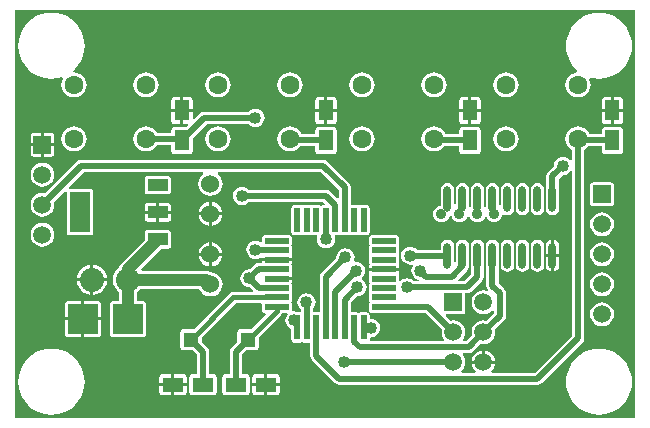
<source format=gtl>
G04 Layer_Physical_Order=1*
G04 Layer_Color=255*
%FSLAX25Y25*%
%MOIN*%
G70*
G01*
G75*
%ADD10O,0.02362X0.08661*%
%ADD11R,0.06890X0.13386*%
%ADD12R,0.06890X0.04134*%
%ADD13R,0.06890X0.04134*%
%ADD14R,0.05000X0.07000*%
%ADD15R,0.08000X0.02000*%
%ADD16R,0.02000X0.08000*%
%ADD17C,0.02000*%
%ADD18C,0.01500*%
%ADD19C,0.05000*%
%ADD20C,0.04000*%
%ADD21C,0.06300*%
%ADD22C,0.08000*%
%ADD23R,0.10000X0.10000*%
%ADD24R,0.05000X0.05000*%
%ADD25R,0.07000X0.05000*%
%ADD26C,0.05905*%
%ADD27R,0.05905X0.05905*%
%ADD28C,0.06000*%
%ADD29C,0.04000*%
%ADD30C,0.03500*%
G36*
X206500Y0D02*
X0D01*
Y136000D01*
X206500D01*
Y0D01*
D02*
G37*
%LPC*%
G36*
X195500Y58487D02*
X194468Y58351D01*
X193507Y57953D01*
X192681Y57319D01*
X192047Y56493D01*
X191649Y55532D01*
X191513Y54500D01*
X191649Y53468D01*
X192047Y52507D01*
X192681Y51681D01*
X193507Y51047D01*
X194468Y50649D01*
X195500Y50513D01*
X196532Y50649D01*
X197493Y51047D01*
X198319Y51681D01*
X198953Y52507D01*
X199351Y53468D01*
X199487Y54500D01*
X199351Y55532D01*
X198953Y56493D01*
X198319Y57319D01*
X197493Y57953D01*
X196532Y58351D01*
X195500Y58487D01*
D02*
G37*
G36*
X126902Y61043D02*
X118902D01*
X118511Y60966D01*
X118181Y60745D01*
X117960Y60414D01*
X117882Y60024D01*
Y58024D01*
X117960Y57634D01*
X118083Y57449D01*
X117960Y57264D01*
X117882Y56874D01*
Y54874D01*
X117960Y54484D01*
X118083Y54299D01*
X117960Y54115D01*
X117882Y53724D01*
Y51724D01*
X117960Y51334D01*
X118083Y51150D01*
X117960Y50965D01*
X117882Y50575D01*
Y50075D01*
X122902D01*
X127921D01*
Y50575D01*
X127844Y50965D01*
X127720Y51150D01*
X127844Y51334D01*
X127921Y51724D01*
Y53724D01*
X127844Y54115D01*
X127720Y54299D01*
X127844Y54484D01*
X127921Y54874D01*
Y56874D01*
X127844Y57264D01*
X127720Y57449D01*
X127844Y57634D01*
X127921Y58024D01*
Y60024D01*
X127844Y60414D01*
X127622Y60745D01*
X127292Y60966D01*
X126902Y61043D01*
D02*
G37*
G36*
X64500Y54000D02*
X61031D01*
X61103Y53456D01*
X61506Y52483D01*
X62147Y51647D01*
X62983Y51006D01*
X63956Y50603D01*
X64500Y50531D01*
Y54000D01*
D02*
G37*
G36*
X178500Y59325D02*
X178149Y59255D01*
X177427Y58773D01*
X176945Y58052D01*
X176776Y57201D01*
Y54551D01*
X178500D01*
Y59325D01*
D02*
G37*
G36*
X68969Y54000D02*
X65500D01*
Y50531D01*
X66044Y50603D01*
X67017Y51006D01*
X67853Y51647D01*
X68494Y52483D01*
X68897Y53456D01*
X68969Y54000D01*
D02*
G37*
G36*
X181224Y53551D02*
X179500D01*
Y48777D01*
X179851Y48847D01*
X180572Y49329D01*
X181054Y50051D01*
X181224Y50902D01*
Y53551D01*
D02*
G37*
G36*
X164000Y59425D02*
X163149Y59255D01*
X162427Y58773D01*
X161945Y58052D01*
X161776Y57201D01*
Y50902D01*
X161945Y50051D01*
X162427Y49329D01*
X163149Y48847D01*
X164000Y48678D01*
X164851Y48847D01*
X165573Y49329D01*
X166054Y50051D01*
X166224Y50902D01*
Y57201D01*
X166054Y58052D01*
X165573Y58773D01*
X164851Y59255D01*
X164000Y59425D01*
D02*
G37*
G36*
X26000Y50977D02*
Y46500D01*
X30477D01*
X30371Y47305D01*
X29868Y48522D01*
X29066Y49566D01*
X28022Y50367D01*
X26805Y50871D01*
X26000Y50977D01*
D02*
G37*
G36*
X169000Y59425D02*
X168149Y59255D01*
X167428Y58773D01*
X166946Y58052D01*
X166776Y57201D01*
Y50902D01*
X166946Y50051D01*
X167428Y49329D01*
X168149Y48847D01*
X169000Y48678D01*
X169851Y48847D01*
X170572Y49329D01*
X171054Y50051D01*
X171224Y50902D01*
Y57201D01*
X171054Y58052D01*
X170572Y58773D01*
X169851Y59255D01*
X169000Y59425D01*
D02*
G37*
G36*
X178500Y53551D02*
X176776D01*
Y50902D01*
X176945Y50051D01*
X177427Y49329D01*
X178149Y48847D01*
X178500Y48777D01*
Y53551D01*
D02*
G37*
G36*
X174000Y59425D02*
X173149Y59255D01*
X172427Y58773D01*
X171946Y58052D01*
X171776Y57201D01*
Y50902D01*
X171946Y50051D01*
X172427Y49329D01*
X173149Y48847D01*
X174000Y48678D01*
X174851Y48847D01*
X175573Y49329D01*
X176055Y50051D01*
X176224Y50902D01*
Y57201D01*
X176055Y58052D01*
X175573Y58773D01*
X174851Y59255D01*
X174000Y59425D01*
D02*
G37*
G36*
X68969Y67500D02*
X65500D01*
Y64031D01*
X66044Y64103D01*
X67017Y64506D01*
X67853Y65147D01*
X68494Y65983D01*
X68897Y66956D01*
X68969Y67500D01*
D02*
G37*
G36*
X64500D02*
X61031D01*
X61103Y66956D01*
X61506Y65983D01*
X62147Y65147D01*
X62983Y64506D01*
X63956Y64103D01*
X64500Y64031D01*
Y67500D01*
D02*
G37*
G36*
X46992Y68000D02*
X43028D01*
Y66433D01*
X43105Y66043D01*
X43326Y65712D01*
X43657Y65491D01*
X44047Y65413D01*
X46992D01*
Y68000D01*
D02*
G37*
G36*
X169000Y78322D02*
X168149Y78153D01*
X167428Y77671D01*
X166946Y76949D01*
X166776Y76098D01*
Y69799D01*
X166946Y68948D01*
X167428Y68227D01*
X168149Y67745D01*
X169000Y67575D01*
X169851Y67745D01*
X170572Y68227D01*
X171054Y68948D01*
X171224Y69799D01*
Y76098D01*
X171054Y76949D01*
X170572Y77671D01*
X169851Y78153D01*
X169000Y78322D01*
D02*
G37*
G36*
X51957Y68000D02*
X47992D01*
Y65413D01*
X50937D01*
X51327Y65491D01*
X51658Y65712D01*
X51879Y66043D01*
X51957Y66433D01*
Y68000D01*
D02*
G37*
G36*
X195500Y68487D02*
X194468Y68351D01*
X193507Y67953D01*
X192681Y67319D01*
X192047Y66493D01*
X191649Y65532D01*
X191513Y64500D01*
X191649Y63468D01*
X192047Y62507D01*
X192681Y61681D01*
X193507Y61047D01*
X194468Y60649D01*
X195500Y60513D01*
X196532Y60649D01*
X197493Y61047D01*
X198319Y61681D01*
X198953Y62507D01*
X199351Y63468D01*
X199487Y64500D01*
X199351Y65532D01*
X198953Y66493D01*
X198319Y67319D01*
X197493Y67953D01*
X196532Y68351D01*
X195500Y68487D01*
D02*
G37*
G36*
X64500Y58469D02*
X63956Y58397D01*
X62983Y57994D01*
X62147Y57353D01*
X61506Y56517D01*
X61103Y55544D01*
X61031Y55000D01*
X64500D01*
Y58469D01*
D02*
G37*
G36*
X179500Y59325D02*
Y54551D01*
X181224D01*
Y57201D01*
X181054Y58052D01*
X180572Y58773D01*
X179851Y59255D01*
X179500Y59325D01*
D02*
G37*
G36*
X65500Y58469D02*
Y55000D01*
X68969D01*
X68897Y55544D01*
X68494Y56517D01*
X67853Y57353D01*
X67017Y57994D01*
X66044Y58397D01*
X65500Y58469D01*
D02*
G37*
G36*
X91098Y61043D02*
X83098D01*
X82708Y60966D01*
X82377Y60745D01*
X82156Y60414D01*
X82079Y60024D01*
Y58751D01*
X81630Y58530D01*
X81513Y58621D01*
X80783Y58923D01*
X80000Y59026D01*
X79217Y58923D01*
X78487Y58621D01*
X77860Y58140D01*
X77380Y57513D01*
X77077Y56783D01*
X76974Y56000D01*
X77077Y55217D01*
X77380Y54487D01*
X77860Y53860D01*
X78487Y53379D01*
X79217Y53077D01*
X80000Y52974D01*
X80783Y53077D01*
X81513Y53379D01*
X81579Y53430D01*
X81996Y53224D01*
X87098D01*
X92118D01*
Y53724D01*
X92040Y54115D01*
X91917Y54299D01*
X92040Y54484D01*
X92118Y54874D01*
Y56874D01*
X92040Y57264D01*
X91917Y57449D01*
X92040Y57634D01*
X92118Y58024D01*
Y60024D01*
X92040Y60414D01*
X91819Y60745D01*
X91489Y60966D01*
X91098Y61043D01*
D02*
G37*
G36*
X9000Y64987D02*
X7968Y64851D01*
X7007Y64453D01*
X6181Y63819D01*
X5547Y62993D01*
X5149Y62032D01*
X5013Y61000D01*
X5149Y59968D01*
X5547Y59007D01*
X6181Y58181D01*
X7007Y57547D01*
X7968Y57149D01*
X9000Y57013D01*
X10032Y57149D01*
X10993Y57547D01*
X11819Y58181D01*
X12453Y59007D01*
X12851Y59968D01*
X12987Y61000D01*
X12851Y62032D01*
X12453Y62993D01*
X11819Y63819D01*
X10993Y64453D01*
X10032Y64851D01*
X9000Y64987D01*
D02*
G37*
G36*
X52000Y14520D02*
X49000D01*
X48610Y14442D01*
X48279Y14221D01*
X48058Y13890D01*
X47980Y13500D01*
Y11500D01*
X52000D01*
Y14520D01*
D02*
G37*
G36*
X83000D02*
X80000D01*
X79610Y14442D01*
X79279Y14221D01*
X79058Y13890D01*
X78980Y13500D01*
Y11500D01*
X83000D01*
Y14520D01*
D02*
G37*
G36*
X56000D02*
X53000D01*
Y11500D01*
X57020D01*
Y13500D01*
X56942Y13890D01*
X56721Y14221D01*
X56390Y14442D01*
X56000Y14520D01*
D02*
G37*
G36*
X155500Y22421D02*
X154968Y22351D01*
X154007Y21953D01*
X153181Y21319D01*
X152547Y20493D01*
X152149Y19532D01*
X152079Y19000D01*
X155500D01*
Y22421D01*
D02*
G37*
G36*
X87000Y14520D02*
X84000D01*
Y11500D01*
X88020D01*
Y13500D01*
X87942Y13890D01*
X87721Y14221D01*
X87390Y14442D01*
X87000Y14520D01*
D02*
G37*
G36*
X88020Y10500D02*
X84000D01*
Y7480D01*
X87000D01*
X87390Y7558D01*
X87721Y7779D01*
X87942Y8110D01*
X88020Y8500D01*
Y10500D01*
D02*
G37*
G36*
X194500Y23034D02*
X192774Y22898D01*
X191090Y22494D01*
X189491Y21831D01*
X188014Y20927D01*
X186698Y19802D01*
X185573Y18486D01*
X184669Y17009D01*
X184006Y15410D01*
X183602Y13726D01*
X183466Y12000D01*
X183602Y10274D01*
X184006Y8590D01*
X184669Y6991D01*
X185573Y5514D01*
X186698Y4198D01*
X188014Y3073D01*
X189491Y2169D01*
X191090Y1506D01*
X192774Y1102D01*
X194500Y966D01*
X196226Y1102D01*
X197910Y1506D01*
X199509Y2169D01*
X200986Y3073D01*
X202302Y4198D01*
X203427Y5514D01*
X204331Y6991D01*
X204994Y8590D01*
X205398Y10274D01*
X205534Y12000D01*
X205398Y13726D01*
X204994Y15410D01*
X204331Y17009D01*
X203427Y18486D01*
X202302Y19802D01*
X200986Y20927D01*
X199509Y21831D01*
X197910Y22494D01*
X196226Y22898D01*
X194500Y23034D01*
D02*
G37*
G36*
X12000D02*
X10274Y22898D01*
X8590Y22494D01*
X6991Y21831D01*
X5514Y20927D01*
X4198Y19802D01*
X3073Y18486D01*
X2169Y17009D01*
X1506Y15410D01*
X1102Y13726D01*
X966Y12000D01*
X1102Y10274D01*
X1506Y8590D01*
X2169Y6991D01*
X3073Y5514D01*
X4198Y4198D01*
X5514Y3073D01*
X6991Y2169D01*
X8590Y1506D01*
X10274Y1102D01*
X12000Y966D01*
X13726Y1102D01*
X15410Y1506D01*
X17009Y2169D01*
X18486Y3073D01*
X19802Y4198D01*
X20927Y5514D01*
X21831Y6991D01*
X22494Y8590D01*
X22898Y10274D01*
X23034Y12000D01*
X22898Y13726D01*
X22494Y15410D01*
X21831Y17009D01*
X20927Y18486D01*
X19802Y19802D01*
X18486Y20927D01*
X17009Y21831D01*
X15410Y22494D01*
X13726Y22898D01*
X12000Y23034D01*
D02*
G37*
G36*
X52000Y10500D02*
X47980D01*
Y8500D01*
X48058Y8110D01*
X48279Y7779D01*
X48610Y7558D01*
X49000Y7480D01*
X52000D01*
Y10500D01*
D02*
G37*
G36*
X83000D02*
X78980D01*
Y8500D01*
X79058Y8110D01*
X79279Y7779D01*
X79610Y7558D01*
X80000Y7480D01*
X83000D01*
Y10500D01*
D02*
G37*
G36*
X57020D02*
X53000D01*
Y7480D01*
X56000D01*
X56390Y7558D01*
X56721Y7779D01*
X56942Y8110D01*
X57020Y8500D01*
Y10500D01*
D02*
G37*
G36*
X195500Y48487D02*
X194468Y48351D01*
X193507Y47953D01*
X192681Y47319D01*
X192047Y46493D01*
X191649Y45532D01*
X191513Y44500D01*
X191649Y43468D01*
X192047Y42507D01*
X192681Y41681D01*
X193507Y41047D01*
X194468Y40649D01*
X195500Y40513D01*
X196532Y40649D01*
X197493Y41047D01*
X198319Y41681D01*
X198953Y42507D01*
X199351Y43468D01*
X199487Y44500D01*
X199351Y45532D01*
X198953Y46493D01*
X198319Y47319D01*
X197493Y47953D01*
X196532Y48351D01*
X195500Y48487D01*
D02*
G37*
G36*
X50937Y62531D02*
X44047D01*
X43657Y62454D01*
X43326Y62233D01*
X43105Y61902D01*
X43028Y61512D01*
Y59260D01*
X35360Y51592D01*
X34879Y50966D01*
X34577Y50236D01*
X34551Y50040D01*
X33934Y49566D01*
X33132Y48522D01*
X32629Y47305D01*
X32457Y46000D01*
X32629Y44695D01*
X33132Y43478D01*
X33934Y42434D01*
X34474Y42020D01*
Y39020D01*
X32500D01*
X32110Y38942D01*
X31779Y38721D01*
X31558Y38390D01*
X31480Y38000D01*
Y28000D01*
X31558Y27610D01*
X31779Y27279D01*
X32110Y27058D01*
X32500Y26980D01*
X42500D01*
X42890Y27058D01*
X43221Y27279D01*
X43442Y27610D01*
X43520Y28000D01*
Y38000D01*
X43442Y38390D01*
X43221Y38721D01*
X42890Y38942D01*
X42500Y39020D01*
X40526D01*
Y42020D01*
X41066Y42434D01*
X41480Y42974D01*
X61303D01*
X61506Y42483D01*
X62147Y41647D01*
X62983Y41006D01*
X63956Y40603D01*
X65000Y40466D01*
X66044Y40603D01*
X67017Y41006D01*
X67853Y41647D01*
X68494Y42483D01*
X68897Y43456D01*
X69034Y44500D01*
X68897Y45544D01*
X68494Y46517D01*
X67853Y47353D01*
X67017Y47994D01*
X66044Y48397D01*
X65151Y48515D01*
X65013Y48621D01*
X64283Y48923D01*
X63500Y49026D01*
X42059D01*
X41852Y49526D01*
X48685Y56358D01*
X50937D01*
X51327Y56436D01*
X51658Y56657D01*
X51879Y56988D01*
X51957Y57378D01*
Y61512D01*
X51879Y61902D01*
X51658Y62233D01*
X51327Y62454D01*
X50937Y62531D01*
D02*
G37*
G36*
X25000Y45500D02*
X20523D01*
X20629Y44695D01*
X21133Y43478D01*
X21934Y42434D01*
X22978Y41633D01*
X24195Y41129D01*
X25000Y41023D01*
Y45500D01*
D02*
G37*
G36*
Y50977D02*
X24195Y50871D01*
X22978Y50367D01*
X21934Y49566D01*
X21133Y48522D01*
X20629Y47305D01*
X20523Y46500D01*
X25000D01*
Y50977D01*
D02*
G37*
G36*
X30477Y45500D02*
X26000D01*
Y41023D01*
X26805Y41129D01*
X28022Y41633D01*
X29066Y42434D01*
X29868Y43478D01*
X30371Y44695D01*
X30477Y45500D01*
D02*
G37*
G36*
X27500Y39020D02*
X23000D01*
Y33500D01*
X28520D01*
Y38000D01*
X28442Y38390D01*
X28221Y38721D01*
X27890Y38942D01*
X27500Y39020D01*
D02*
G37*
G36*
X22000Y32500D02*
X16480D01*
Y28000D01*
X16558Y27610D01*
X16779Y27279D01*
X17110Y27058D01*
X17500Y26980D01*
X22000D01*
Y32500D01*
D02*
G37*
G36*
X156500Y22421D02*
Y19000D01*
X159921D01*
X159851Y19532D01*
X159453Y20493D01*
X158819Y21319D01*
X157993Y21953D01*
X157032Y22351D01*
X156500Y22421D01*
D02*
G37*
G36*
X28520Y32500D02*
X23000D01*
Y26980D01*
X27500D01*
X27890Y27058D01*
X28221Y27279D01*
X28442Y27610D01*
X28520Y28000D01*
Y32500D01*
D02*
G37*
G36*
X22000Y39020D02*
X17500D01*
X17110Y38942D01*
X16779Y38721D01*
X16558Y38390D01*
X16480Y38000D01*
Y33500D01*
X22000D01*
Y39020D01*
D02*
G37*
G36*
X195500Y38487D02*
X194468Y38351D01*
X193507Y37953D01*
X192681Y37319D01*
X192047Y36493D01*
X191649Y35532D01*
X191513Y34500D01*
X191649Y33468D01*
X192047Y32507D01*
X192681Y31681D01*
X193507Y31047D01*
X194468Y30649D01*
X195500Y30513D01*
X196532Y30649D01*
X197493Y31047D01*
X198319Y31681D01*
X198953Y32507D01*
X199351Y33468D01*
X199487Y34500D01*
X199351Y35532D01*
X198953Y36493D01*
X198319Y37319D01*
X197493Y37953D01*
X196532Y38351D01*
X195500Y38487D01*
D02*
G37*
G36*
X198500Y107020D02*
X196500D01*
X196110Y106942D01*
X195779Y106721D01*
X195558Y106390D01*
X195480Y106000D01*
Y103000D01*
X198500D01*
Y107020D01*
D02*
G37*
G36*
X151000D02*
X149000D01*
X148610Y106942D01*
X148279Y106721D01*
X148058Y106390D01*
X147980Y106000D01*
Y103000D01*
X151000D01*
Y107020D01*
D02*
G37*
G36*
X55000D02*
X53000D01*
X52610Y106942D01*
X52279Y106721D01*
X52058Y106390D01*
X51980Y106000D01*
Y103000D01*
X55000D01*
Y107020D01*
D02*
G37*
G36*
X58000D02*
X56000D01*
Y103000D01*
X59020D01*
Y106000D01*
X58942Y106390D01*
X58721Y106721D01*
X58390Y106942D01*
X58000Y107020D01*
D02*
G37*
G36*
X103000D02*
X101000D01*
X100610Y106942D01*
X100279Y106721D01*
X100058Y106390D01*
X99980Y106000D01*
Y103000D01*
X103000D01*
Y107020D01*
D02*
G37*
G36*
X80000Y103026D02*
X79217Y102923D01*
X78487Y102620D01*
X77860Y102140D01*
X77783Y102039D01*
X63000D01*
X62220Y101884D01*
X61558Y101442D01*
X59520Y99403D01*
X59020Y99611D01*
Y102000D01*
X56000D01*
Y97980D01*
X57389D01*
X57597Y97480D01*
X57136Y97020D01*
X53000D01*
X52610Y96942D01*
X52279Y96721D01*
X52058Y96390D01*
X51980Y96000D01*
Y95039D01*
X47147D01*
X47125Y95093D01*
X46460Y95960D01*
X45593Y96625D01*
X44583Y97043D01*
X43500Y97186D01*
X42417Y97043D01*
X41407Y96625D01*
X40540Y95960D01*
X39875Y95093D01*
X39457Y94083D01*
X39314Y93000D01*
X39457Y91917D01*
X39875Y90907D01*
X40540Y90040D01*
X41407Y89375D01*
X42417Y88957D01*
X43500Y88814D01*
X44583Y88957D01*
X45593Y89375D01*
X46460Y90040D01*
X47125Y90907D01*
X47147Y90961D01*
X51980D01*
Y89000D01*
X52058Y88610D01*
X52279Y88279D01*
X52610Y88058D01*
X53000Y87980D01*
X58000D01*
X58390Y88058D01*
X58721Y88279D01*
X58942Y88610D01*
X59020Y89000D01*
Y93136D01*
X63845Y97961D01*
X77783D01*
X77860Y97860D01*
X78487Y97379D01*
X79217Y97077D01*
X80000Y96974D01*
X80783Y97077D01*
X81513Y97379D01*
X82140Y97860D01*
X82621Y98487D01*
X82923Y99217D01*
X83026Y100000D01*
X82923Y100783D01*
X82621Y101513D01*
X82140Y102140D01*
X81513Y102620D01*
X80783Y102923D01*
X80000Y103026D01*
D02*
G37*
G36*
X151000Y102000D02*
X147980D01*
Y99000D01*
X148058Y98610D01*
X148279Y98279D01*
X148610Y98058D01*
X149000Y97980D01*
X151000D01*
Y102000D01*
D02*
G37*
G36*
X107020D02*
X104000D01*
Y97980D01*
X106000D01*
X106390Y98058D01*
X106721Y98279D01*
X106942Y98610D01*
X107020Y99000D01*
Y102000D01*
D02*
G37*
G36*
X155020D02*
X152000D01*
Y97980D01*
X154000D01*
X154390Y98058D01*
X154721Y98279D01*
X154942Y98610D01*
X155020Y99000D01*
Y102000D01*
D02*
G37*
G36*
X202520D02*
X199500D01*
Y97980D01*
X201500D01*
X201890Y98058D01*
X202221Y98279D01*
X202442Y98610D01*
X202520Y99000D01*
Y102000D01*
D02*
G37*
G36*
X198500D02*
X195480D01*
Y99000D01*
X195558Y98610D01*
X195779Y98279D01*
X196110Y98058D01*
X196500Y97980D01*
X198500D01*
Y102000D01*
D02*
G37*
G36*
X115500Y115186D02*
X114417Y115043D01*
X113407Y114625D01*
X112540Y113960D01*
X111875Y113093D01*
X111457Y112083D01*
X111314Y111000D01*
X111457Y109917D01*
X111875Y108907D01*
X112540Y108040D01*
X113407Y107375D01*
X114417Y106957D01*
X115500Y106814D01*
X116583Y106957D01*
X117593Y107375D01*
X118460Y108040D01*
X119125Y108907D01*
X119543Y109917D01*
X119686Y111000D01*
X119543Y112083D01*
X119125Y113093D01*
X118460Y113960D01*
X117593Y114625D01*
X116583Y115043D01*
X115500Y115186D01*
D02*
G37*
G36*
X91500D02*
X90417Y115043D01*
X89407Y114625D01*
X88540Y113960D01*
X87875Y113093D01*
X87457Y112083D01*
X87314Y111000D01*
X87457Y109917D01*
X87875Y108907D01*
X88540Y108040D01*
X89407Y107375D01*
X90417Y106957D01*
X91500Y106814D01*
X92583Y106957D01*
X93593Y107375D01*
X94460Y108040D01*
X95125Y108907D01*
X95543Y109917D01*
X95686Y111000D01*
X95543Y112083D01*
X95125Y113093D01*
X94460Y113960D01*
X93593Y114625D01*
X92583Y115043D01*
X91500Y115186D01*
D02*
G37*
G36*
X139500D02*
X138417Y115043D01*
X137407Y114625D01*
X136540Y113960D01*
X135875Y113093D01*
X135457Y112083D01*
X135314Y111000D01*
X135457Y109917D01*
X135875Y108907D01*
X136540Y108040D01*
X137407Y107375D01*
X138417Y106957D01*
X139500Y106814D01*
X140583Y106957D01*
X141593Y107375D01*
X142460Y108040D01*
X143125Y108907D01*
X143543Y109917D01*
X143686Y111000D01*
X143543Y112083D01*
X143125Y113093D01*
X142460Y113960D01*
X141593Y114625D01*
X140583Y115043D01*
X139500Y115186D01*
D02*
G37*
G36*
X194500Y135034D02*
X192774Y134898D01*
X191090Y134494D01*
X189491Y133831D01*
X188014Y132927D01*
X186698Y131802D01*
X185573Y130486D01*
X184669Y129009D01*
X184006Y127410D01*
X183602Y125726D01*
X183466Y124000D01*
X183602Y122274D01*
X184006Y120590D01*
X184669Y118991D01*
X185573Y117514D01*
X186698Y116198D01*
X187320Y115666D01*
X187164Y115142D01*
X186417Y115043D01*
X185407Y114625D01*
X184540Y113960D01*
X183875Y113093D01*
X183457Y112083D01*
X183314Y111000D01*
X183457Y109917D01*
X183875Y108907D01*
X184540Y108040D01*
X185407Y107375D01*
X186417Y106957D01*
X187500Y106814D01*
X188583Y106957D01*
X189593Y107375D01*
X190460Y108040D01*
X191125Y108907D01*
X191543Y109917D01*
X191686Y111000D01*
X191543Y112083D01*
X191175Y112971D01*
X191371Y113288D01*
X191517Y113404D01*
X192774Y113102D01*
X194500Y112966D01*
X196226Y113102D01*
X197910Y113506D01*
X199509Y114169D01*
X200986Y115073D01*
X202302Y116198D01*
X203427Y117514D01*
X204331Y118991D01*
X204994Y120590D01*
X205398Y122274D01*
X205534Y124000D01*
X205398Y125726D01*
X204994Y127410D01*
X204331Y129009D01*
X203427Y130486D01*
X202302Y131802D01*
X200986Y132927D01*
X199509Y133831D01*
X197910Y134494D01*
X196226Y134898D01*
X194500Y135034D01*
D02*
G37*
G36*
X163500Y115186D02*
X162417Y115043D01*
X161407Y114625D01*
X160540Y113960D01*
X159875Y113093D01*
X159457Y112083D01*
X159314Y111000D01*
X159457Y109917D01*
X159875Y108907D01*
X160540Y108040D01*
X161407Y107375D01*
X162417Y106957D01*
X163500Y106814D01*
X164583Y106957D01*
X165593Y107375D01*
X166460Y108040D01*
X167125Y108907D01*
X167543Y109917D01*
X167686Y111000D01*
X167543Y112083D01*
X167125Y113093D01*
X166460Y113960D01*
X165593Y114625D01*
X164583Y115043D01*
X163500Y115186D01*
D02*
G37*
G36*
X67500D02*
X66417Y115043D01*
X65407Y114625D01*
X64540Y113960D01*
X63875Y113093D01*
X63457Y112083D01*
X63314Y111000D01*
X63457Y109917D01*
X63875Y108907D01*
X64540Y108040D01*
X65407Y107375D01*
X66417Y106957D01*
X67500Y106814D01*
X68583Y106957D01*
X69593Y107375D01*
X70460Y108040D01*
X71125Y108907D01*
X71543Y109917D01*
X71686Y111000D01*
X71543Y112083D01*
X71125Y113093D01*
X70460Y113960D01*
X69593Y114625D01*
X68583Y115043D01*
X67500Y115186D01*
D02*
G37*
G36*
X154000Y107020D02*
X152000D01*
Y103000D01*
X155020D01*
Y106000D01*
X154942Y106390D01*
X154721Y106721D01*
X154390Y106942D01*
X154000Y107020D01*
D02*
G37*
G36*
X106000D02*
X104000D01*
Y103000D01*
X107020D01*
Y106000D01*
X106942Y106390D01*
X106721Y106721D01*
X106390Y106942D01*
X106000Y107020D01*
D02*
G37*
G36*
X201500D02*
X199500D01*
Y103000D01*
X202520D01*
Y106000D01*
X202442Y106390D01*
X202221Y106721D01*
X201890Y106942D01*
X201500Y107020D01*
D02*
G37*
G36*
X43500Y115186D02*
X42417Y115043D01*
X41407Y114625D01*
X40540Y113960D01*
X39875Y113093D01*
X39457Y112083D01*
X39314Y111000D01*
X39457Y109917D01*
X39875Y108907D01*
X40540Y108040D01*
X41407Y107375D01*
X42417Y106957D01*
X43500Y106814D01*
X44583Y106957D01*
X45593Y107375D01*
X46460Y108040D01*
X47125Y108907D01*
X47543Y109917D01*
X47686Y111000D01*
X47543Y112083D01*
X47125Y113093D01*
X46460Y113960D01*
X45593Y114625D01*
X44583Y115043D01*
X43500Y115186D01*
D02*
G37*
G36*
X12000Y135034D02*
X10274Y134898D01*
X8590Y134494D01*
X6991Y133831D01*
X5514Y132927D01*
X4198Y131802D01*
X3073Y130486D01*
X2169Y129009D01*
X1506Y127410D01*
X1102Y125726D01*
X966Y124000D01*
X1102Y122274D01*
X1506Y120590D01*
X2169Y118991D01*
X3073Y117514D01*
X4198Y116198D01*
X5514Y115073D01*
X6991Y114169D01*
X8590Y113506D01*
X10274Y113102D01*
X12000Y112966D01*
X13726Y113102D01*
X15410Y113506D01*
X15633Y113598D01*
X15948Y113188D01*
X15875Y113093D01*
X15457Y112083D01*
X15314Y111000D01*
X15457Y109917D01*
X15875Y108907D01*
X16540Y108040D01*
X17407Y107375D01*
X18417Y106957D01*
X19500Y106814D01*
X20583Y106957D01*
X21593Y107375D01*
X22460Y108040D01*
X23125Y108907D01*
X23543Y109917D01*
X23686Y111000D01*
X23543Y112083D01*
X23125Y113093D01*
X22460Y113960D01*
X21593Y114625D01*
X20583Y115043D01*
X19500Y115186D01*
X19367Y115168D01*
X19155Y115645D01*
X19802Y116198D01*
X20927Y117514D01*
X21831Y118991D01*
X22494Y120590D01*
X22898Y122274D01*
X23034Y124000D01*
X22898Y125726D01*
X22494Y127410D01*
X21831Y129009D01*
X20927Y130486D01*
X19802Y131802D01*
X18486Y132927D01*
X17009Y133831D01*
X15410Y134494D01*
X13726Y134898D01*
X12000Y135034D01*
D02*
G37*
G36*
X103000Y102000D02*
X99980D01*
Y99000D01*
X100058Y98610D01*
X100279Y98279D01*
X100610Y98058D01*
X101000Y97980D01*
X103000D01*
Y102000D01*
D02*
G37*
G36*
X22000Y86039D02*
X21220Y85884D01*
X20558Y85442D01*
X9975Y74858D01*
X9000Y74987D01*
X7968Y74851D01*
X7007Y74453D01*
X6181Y73819D01*
X5547Y72993D01*
X5149Y72032D01*
X5013Y71000D01*
X5149Y69968D01*
X5547Y69007D01*
X6181Y68181D01*
X7007Y67547D01*
X7968Y67149D01*
X9000Y67013D01*
X10032Y67149D01*
X10993Y67547D01*
X11819Y68181D01*
X12453Y69007D01*
X12851Y69968D01*
X12987Y71000D01*
X12858Y71975D01*
X16493Y75610D01*
X16614Y75596D01*
X17043Y75193D01*
Y61807D01*
X17121Y61417D01*
X17342Y61086D01*
X17673Y60865D01*
X18063Y60787D01*
X24953D01*
X25343Y60865D01*
X25674Y61086D01*
X25895Y61417D01*
X25972Y61807D01*
Y75193D01*
X25895Y75583D01*
X25674Y75914D01*
X25343Y76135D01*
X24953Y76213D01*
X18063D01*
X17660Y76642D01*
X17646Y76762D01*
X22845Y81961D01*
X62589D01*
X62664Y81865D01*
X62583Y81187D01*
X62147Y80853D01*
X61506Y80017D01*
X61103Y79044D01*
X60966Y78000D01*
X61103Y76956D01*
X61506Y75983D01*
X62147Y75147D01*
X62983Y74506D01*
X63956Y74103D01*
X65000Y73966D01*
X66044Y74103D01*
X67017Y74506D01*
X67853Y75147D01*
X68494Y75983D01*
X68897Y76956D01*
X69034Y78000D01*
X68897Y79044D01*
X68494Y80017D01*
X67853Y80853D01*
X67417Y81187D01*
X67336Y81865D01*
X67411Y81961D01*
X101655D01*
X107685Y75931D01*
Y73352D01*
X107223Y73161D01*
X104942Y75442D01*
X104280Y75884D01*
X103500Y76039D01*
X77717D01*
X77640Y76140D01*
X77013Y76621D01*
X76283Y76923D01*
X75500Y77026D01*
X74717Y76923D01*
X73987Y76621D01*
X73360Y76140D01*
X72879Y75513D01*
X72577Y74783D01*
X72474Y74000D01*
X72577Y73217D01*
X72879Y72487D01*
X73360Y71860D01*
X73987Y71380D01*
X74717Y71077D01*
X75500Y70974D01*
X76283Y71077D01*
X77013Y71380D01*
X77640Y71860D01*
X77717Y71961D01*
X102655D01*
X103233Y71383D01*
X103042Y70921D01*
X102425D01*
X102035Y70844D01*
X101850Y70720D01*
X101666Y70844D01*
X101276Y70921D01*
X99276D01*
X98885Y70844D01*
X98701Y70720D01*
X98516Y70844D01*
X98126Y70921D01*
X96126D01*
X95736Y70844D01*
X95551Y70720D01*
X95367Y70844D01*
X94976Y70921D01*
X92976D01*
X92586Y70844D01*
X92255Y70622D01*
X92034Y70292D01*
X91957Y69902D01*
Y61902D01*
X92034Y61511D01*
X92255Y61181D01*
X92586Y60960D01*
X92976Y60882D01*
X94976D01*
X95367Y60960D01*
X95551Y61083D01*
X95736Y60960D01*
X96126Y60882D01*
X98126D01*
X98516Y60960D01*
X98701Y61083D01*
X98885Y60960D01*
X99276Y60882D01*
X100375D01*
X100653Y60466D01*
X100577Y60283D01*
X100474Y59500D01*
X100577Y58717D01*
X100880Y57987D01*
X101360Y57360D01*
X101987Y56880D01*
X102717Y56577D01*
X103500Y56474D01*
X104283Y56577D01*
X105013Y56880D01*
X105640Y57360D01*
X106121Y57987D01*
X106423Y58717D01*
X106526Y59500D01*
X106423Y60283D01*
X106347Y60466D01*
X106625Y60882D01*
X107575D01*
X107965Y60960D01*
X108150Y61083D01*
X108334Y60960D01*
X108724Y60882D01*
X110724D01*
X111115Y60960D01*
X111299Y61083D01*
X111484Y60960D01*
X111874Y60882D01*
X113874D01*
X114264Y60960D01*
X114449Y61083D01*
X114633Y60960D01*
X115024Y60882D01*
X117024D01*
X117414Y60960D01*
X117745Y61181D01*
X117966Y61511D01*
X118043Y61902D01*
Y69902D01*
X117966Y70292D01*
X117745Y70622D01*
X117414Y70844D01*
X117024Y70921D01*
X115024D01*
X114633Y70844D01*
X114449Y70720D01*
X114264Y70844D01*
X113874Y70921D01*
X111874D01*
X111764Y71012D01*
Y76776D01*
X111608Y77556D01*
X111166Y78218D01*
X111166Y78218D01*
X103942Y85442D01*
X103280Y85884D01*
X102500Y86039D01*
X22000D01*
X22000Y86039D01*
D02*
G37*
G36*
X164000Y78322D02*
X163149Y78153D01*
X162427Y77671D01*
X161945Y76949D01*
X161776Y76098D01*
Y70874D01*
X161276Y70599D01*
X161224Y70632D01*
Y76098D01*
X161055Y76949D01*
X160573Y77671D01*
X159851Y78153D01*
X159000Y78322D01*
X158149Y78153D01*
X157428Y77671D01*
X156946Y76949D01*
X156776Y76098D01*
Y70175D01*
X156276Y69939D01*
X156224Y69982D01*
Y76098D01*
X156054Y76949D01*
X155572Y77671D01*
X154851Y78153D01*
X154000Y78322D01*
X153149Y78153D01*
X152427Y77671D01*
X151945Y76949D01*
X151776Y76098D01*
Y69982D01*
X151724Y69939D01*
X151224Y70175D01*
Y76098D01*
X151055Y76949D01*
X150573Y77671D01*
X149851Y78153D01*
X149000Y78322D01*
X148149Y78153D01*
X147427Y77671D01*
X146946Y76949D01*
X146776Y76098D01*
Y70971D01*
X146724Y70936D01*
X146224Y71207D01*
Y76098D01*
X146054Y76949D01*
X145572Y77671D01*
X144851Y78153D01*
X144000Y78322D01*
X143149Y78153D01*
X142428Y77671D01*
X141946Y76949D01*
X141776Y76098D01*
Y70744D01*
X141282Y70679D01*
X140613Y70402D01*
X140039Y69961D01*
X139598Y69387D01*
X139321Y68718D01*
X139226Y68000D01*
X139321Y67282D01*
X139598Y66613D01*
X140039Y66039D01*
X140613Y65598D01*
X141282Y65321D01*
X142000Y65226D01*
X142718Y65321D01*
X143387Y65598D01*
X143961Y66039D01*
X144402Y66613D01*
X144679Y67282D01*
X144807Y67352D01*
X144951Y67332D01*
X145395Y67103D01*
X145598Y66613D01*
X146039Y66039D01*
X146613Y65598D01*
X147282Y65321D01*
X148000Y65226D01*
X148718Y65321D01*
X149387Y65598D01*
X149961Y66039D01*
X150402Y66613D01*
X150679Y67282D01*
X150748Y67803D01*
X151252D01*
X151321Y67282D01*
X151598Y66613D01*
X152039Y66039D01*
X152613Y65598D01*
X153282Y65321D01*
X154000Y65226D01*
X154718Y65321D01*
X155387Y65598D01*
X155961Y66039D01*
X156402Y66613D01*
X156479Y66800D01*
X157021D01*
X157098Y66613D01*
X157539Y66039D01*
X158113Y65598D01*
X158782Y65321D01*
X159500Y65226D01*
X160218Y65321D01*
X160887Y65598D01*
X161461Y66039D01*
X161902Y66613D01*
X162179Y67282D01*
X162241Y67750D01*
X162741Y68008D01*
X162754Y68008D01*
X163149Y67745D01*
X164000Y67575D01*
X164851Y67745D01*
X165573Y68227D01*
X166054Y68948D01*
X166224Y69799D01*
Y76098D01*
X166054Y76949D01*
X165573Y77671D01*
X164851Y78153D01*
X164000Y78322D01*
D02*
G37*
G36*
X50937Y80642D02*
X44047D01*
X43657Y80564D01*
X43326Y80343D01*
X43105Y80012D01*
X43028Y79622D01*
Y75488D01*
X43105Y75098D01*
X43326Y74767D01*
X43657Y74546D01*
X44047Y74469D01*
X50937D01*
X51327Y74546D01*
X51658Y74767D01*
X51879Y75098D01*
X51957Y75488D01*
Y79622D01*
X51879Y80012D01*
X51658Y80343D01*
X51327Y80564D01*
X50937Y80642D01*
D02*
G37*
G36*
X8500Y90500D02*
X5028D01*
Y88047D01*
X5105Y87657D01*
X5326Y87326D01*
X5657Y87105D01*
X6047Y87028D01*
X8500D01*
Y90500D01*
D02*
G37*
G36*
X9000Y84987D02*
X7968Y84851D01*
X7007Y84453D01*
X6181Y83819D01*
X5547Y82993D01*
X5149Y82032D01*
X5013Y81000D01*
X5149Y79968D01*
X5547Y79007D01*
X6181Y78181D01*
X7007Y77547D01*
X7968Y77149D01*
X9000Y77013D01*
X10032Y77149D01*
X10993Y77547D01*
X11819Y78181D01*
X12453Y79007D01*
X12851Y79968D01*
X12987Y81000D01*
X12851Y82032D01*
X12453Y82993D01*
X11819Y83819D01*
X10993Y84453D01*
X10032Y84851D01*
X9000Y84987D01*
D02*
G37*
G36*
X198453Y78472D02*
X192547D01*
X192157Y78395D01*
X191826Y78174D01*
X191605Y77843D01*
X191528Y77453D01*
Y71547D01*
X191605Y71157D01*
X191826Y70826D01*
X192157Y70605D01*
X192547Y70528D01*
X198453D01*
X198843Y70605D01*
X199174Y70826D01*
X199395Y71157D01*
X199472Y71547D01*
Y77453D01*
X199395Y77843D01*
X199174Y78174D01*
X198843Y78395D01*
X198453Y78472D01*
D02*
G37*
G36*
X64500Y71969D02*
X63956Y71897D01*
X62983Y71494D01*
X62147Y70853D01*
X61506Y70017D01*
X61103Y69044D01*
X61031Y68500D01*
X64500D01*
Y71969D01*
D02*
G37*
G36*
X174000Y78322D02*
X173149Y78153D01*
X172427Y77671D01*
X171946Y76949D01*
X171776Y76098D01*
Y69799D01*
X171946Y68948D01*
X172427Y68227D01*
X173149Y67745D01*
X174000Y67575D01*
X174851Y67745D01*
X175573Y68227D01*
X176055Y68948D01*
X176224Y69799D01*
Y76098D01*
X176055Y76949D01*
X175573Y77671D01*
X174851Y78153D01*
X174000Y78322D01*
D02*
G37*
G36*
X65500Y71969D02*
Y68500D01*
X68969D01*
X68897Y69044D01*
X68494Y70017D01*
X67853Y70853D01*
X67017Y71494D01*
X66044Y71897D01*
X65500Y71969D01*
D02*
G37*
G36*
X50937Y71587D02*
X47992D01*
Y69000D01*
X51957D01*
Y70567D01*
X51879Y70957D01*
X51658Y71288D01*
X51327Y71509D01*
X50937Y71587D01*
D02*
G37*
G36*
X46992D02*
X44047D01*
X43657Y71509D01*
X43326Y71288D01*
X43105Y70957D01*
X43028Y70567D01*
Y69000D01*
X46992D01*
Y71587D01*
D02*
G37*
G36*
X163500Y97186D02*
X162417Y97043D01*
X161407Y96625D01*
X160540Y95960D01*
X159875Y95093D01*
X159457Y94083D01*
X159314Y93000D01*
X159457Y91917D01*
X159875Y90907D01*
X160540Y90040D01*
X161407Y89375D01*
X162417Y88957D01*
X163500Y88814D01*
X164583Y88957D01*
X165593Y89375D01*
X166460Y90040D01*
X167125Y90907D01*
X167543Y91917D01*
X167686Y93000D01*
X167543Y94083D01*
X167125Y95093D01*
X166460Y95960D01*
X165593Y96625D01*
X164583Y97043D01*
X163500Y97186D01*
D02*
G37*
G36*
X115500D02*
X114417Y97043D01*
X113407Y96625D01*
X112540Y95960D01*
X111875Y95093D01*
X111457Y94083D01*
X111314Y93000D01*
X111457Y91917D01*
X111875Y90907D01*
X112540Y90040D01*
X113407Y89375D01*
X114417Y88957D01*
X115500Y88814D01*
X116583Y88957D01*
X117593Y89375D01*
X118460Y90040D01*
X119125Y90907D01*
X119543Y91917D01*
X119686Y93000D01*
X119543Y94083D01*
X119125Y95093D01*
X118460Y95960D01*
X117593Y96625D01*
X116583Y97043D01*
X115500Y97186D01*
D02*
G37*
G36*
X8500Y94972D02*
X6047D01*
X5657Y94895D01*
X5326Y94674D01*
X5105Y94343D01*
X5028Y93953D01*
Y91500D01*
X8500D01*
Y94972D01*
D02*
G37*
G36*
X55000Y102000D02*
X51980D01*
Y99000D01*
X52058Y98610D01*
X52279Y98279D01*
X52610Y98058D01*
X53000Y97980D01*
X55000D01*
Y102000D01*
D02*
G37*
G36*
X11953Y94972D02*
X9500D01*
Y91500D01*
X12972D01*
Y93953D01*
X12895Y94343D01*
X12674Y94674D01*
X12343Y94895D01*
X11953Y94972D01*
D02*
G37*
G36*
X67500Y97186D02*
X66417Y97043D01*
X65407Y96625D01*
X64540Y95960D01*
X63875Y95093D01*
X63457Y94083D01*
X63314Y93000D01*
X63457Y91917D01*
X63875Y90907D01*
X64540Y90040D01*
X65407Y89375D01*
X66417Y88957D01*
X67500Y88814D01*
X68583Y88957D01*
X69593Y89375D01*
X70460Y90040D01*
X71125Y90907D01*
X71543Y91917D01*
X71686Y93000D01*
X71543Y94083D01*
X71125Y95093D01*
X70460Y95960D01*
X69593Y96625D01*
X68583Y97043D01*
X67500Y97186D01*
D02*
G37*
G36*
X91500D02*
X90417Y97043D01*
X89407Y96625D01*
X88540Y95960D01*
X87875Y95093D01*
X87457Y94083D01*
X87314Y93000D01*
X87457Y91917D01*
X87875Y90907D01*
X88540Y90040D01*
X89407Y89375D01*
X90417Y88957D01*
X91500Y88814D01*
X92583Y88957D01*
X93593Y89375D01*
X94460Y90040D01*
X94783Y90461D01*
X99980D01*
Y89000D01*
X100058Y88610D01*
X100279Y88279D01*
X100610Y88058D01*
X101000Y87980D01*
X106000D01*
X106390Y88058D01*
X106721Y88279D01*
X106942Y88610D01*
X107020Y89000D01*
Y96000D01*
X106942Y96390D01*
X106721Y96721D01*
X106390Y96942D01*
X106000Y97020D01*
X101000D01*
X100610Y96942D01*
X100279Y96721D01*
X100058Y96390D01*
X99980Y96000D01*
Y94539D01*
X95354D01*
X95125Y95093D01*
X94460Y95960D01*
X93593Y96625D01*
X92583Y97043D01*
X91500Y97186D01*
D02*
G37*
G36*
X12972Y90500D02*
X9500D01*
Y87028D01*
X11953D01*
X12343Y87105D01*
X12674Y87326D01*
X12895Y87657D01*
X12972Y88047D01*
Y90500D01*
D02*
G37*
G36*
X139500Y97186D02*
X138417Y97043D01*
X137407Y96625D01*
X136540Y95960D01*
X135875Y95093D01*
X135457Y94083D01*
X135314Y93000D01*
X135457Y91917D01*
X135875Y90907D01*
X136540Y90040D01*
X137407Y89375D01*
X138417Y88957D01*
X139500Y88814D01*
X140583Y88957D01*
X141593Y89375D01*
X142460Y90040D01*
X142783Y90461D01*
X147980D01*
Y89000D01*
X148058Y88610D01*
X148279Y88279D01*
X148610Y88058D01*
X149000Y87980D01*
X154000D01*
X154390Y88058D01*
X154721Y88279D01*
X154942Y88610D01*
X155020Y89000D01*
Y96000D01*
X154942Y96390D01*
X154721Y96721D01*
X154390Y96942D01*
X154000Y97020D01*
X149000D01*
X148610Y96942D01*
X148279Y96721D01*
X148058Y96390D01*
X147980Y96000D01*
Y94539D01*
X143354D01*
X143125Y95093D01*
X142460Y95960D01*
X141593Y96625D01*
X140583Y97043D01*
X139500Y97186D01*
D02*
G37*
G36*
X19500D02*
X18417Y97043D01*
X17407Y96625D01*
X16540Y95960D01*
X15875Y95093D01*
X15457Y94083D01*
X15314Y93000D01*
X15457Y91917D01*
X15875Y90907D01*
X16540Y90040D01*
X17407Y89375D01*
X18417Y88957D01*
X19500Y88814D01*
X20583Y88957D01*
X21593Y89375D01*
X22460Y90040D01*
X23125Y90907D01*
X23543Y91917D01*
X23686Y93000D01*
X23543Y94083D01*
X23125Y95093D01*
X22460Y95960D01*
X21593Y96625D01*
X20583Y97043D01*
X19500Y97186D01*
D02*
G37*
G36*
X187500D02*
X186417Y97043D01*
X185407Y96625D01*
X184540Y95960D01*
X183875Y95093D01*
X183457Y94083D01*
X183314Y93000D01*
X183457Y91917D01*
X183875Y90907D01*
X184540Y90040D01*
X185407Y89375D01*
X185461Y89353D01*
Y85891D01*
X184961Y85721D01*
X184640Y86140D01*
X184013Y86620D01*
X183283Y86923D01*
X182500Y87026D01*
X181717Y86923D01*
X180987Y86620D01*
X180360Y86140D01*
X179879Y85513D01*
X179577Y84783D01*
X179474Y84000D01*
X179491Y83874D01*
X177558Y81942D01*
X177116Y81280D01*
X176961Y80500D01*
Y76972D01*
X176945Y76949D01*
X176776Y76098D01*
Y69799D01*
X176945Y68948D01*
X177427Y68227D01*
X178149Y67745D01*
X179000Y67575D01*
X179851Y67745D01*
X180572Y68227D01*
X181054Y68948D01*
X181224Y69799D01*
Y76098D01*
X181054Y76949D01*
X181039Y76972D01*
Y79655D01*
X182375Y80991D01*
X182500Y80974D01*
X183283Y81077D01*
X184013Y81379D01*
X184640Y81860D01*
X184961Y82279D01*
X185461Y82109D01*
Y27345D01*
X173155Y15039D01*
X158804D01*
X158634Y15539D01*
X158819Y15681D01*
X159453Y16507D01*
X159851Y17468D01*
X159921Y18000D01*
X156000D01*
X152079D01*
X152149Y17468D01*
X152547Y16507D01*
X153181Y15681D01*
X153366Y15539D01*
X153196Y15039D01*
X148804D01*
X148635Y15539D01*
X148819Y15681D01*
X149453Y16507D01*
X149851Y17468D01*
X149987Y18500D01*
X149851Y19532D01*
X149453Y20493D01*
X149058Y21008D01*
X149304Y21508D01*
X151047D01*
X151828Y21663D01*
X152489Y22105D01*
X155025Y24642D01*
X156000Y24513D01*
X157032Y24649D01*
X157993Y25047D01*
X158819Y25681D01*
X159453Y26507D01*
X159851Y27468D01*
X159987Y28500D01*
X159859Y29475D01*
X162942Y32558D01*
X162942Y32558D01*
X163384Y33220D01*
X163539Y34000D01*
Y41500D01*
X163384Y42280D01*
X162942Y42942D01*
X161039Y44845D01*
Y50028D01*
X161055Y50051D01*
X161224Y50902D01*
Y57201D01*
X161055Y58052D01*
X160573Y58773D01*
X159851Y59255D01*
X159000Y59425D01*
X158149Y59255D01*
X157428Y58773D01*
X156946Y58052D01*
X156776Y57201D01*
Y50902D01*
X156946Y50051D01*
X156961Y50028D01*
Y44000D01*
X157116Y43220D01*
X157451Y42719D01*
X157119Y42315D01*
X157032Y42351D01*
X156000Y42487D01*
X154968Y42351D01*
X154007Y41953D01*
X153181Y41319D01*
X152547Y40493D01*
X152149Y39532D01*
X152013Y38500D01*
X152149Y37468D01*
X152547Y36507D01*
X153181Y35681D01*
X154007Y35047D01*
X154968Y34649D01*
X156000Y34513D01*
X157032Y34649D01*
X157993Y35047D01*
X158819Y35681D01*
X158961Y35866D01*
X159461Y35696D01*
Y34845D01*
X156975Y32359D01*
X156000Y32487D01*
X154968Y32351D01*
X154007Y31953D01*
X153181Y31319D01*
X152547Y30493D01*
X152149Y29532D01*
X152013Y28500D01*
X152141Y27525D01*
X150203Y25586D01*
X149377D01*
X149130Y26086D01*
X149453Y26507D01*
X149851Y27468D01*
X149987Y28500D01*
X149851Y29532D01*
X149453Y30493D01*
X148819Y31319D01*
X147993Y31953D01*
X147032Y32351D01*
X146000Y32487D01*
X145025Y32359D01*
X143356Y34028D01*
X143563Y34528D01*
X148953D01*
X149343Y34605D01*
X149674Y34826D01*
X149895Y35157D01*
X149972Y35547D01*
Y41453D01*
X149979Y41461D01*
X150500D01*
X151280Y41616D01*
X151942Y42058D01*
X155442Y45558D01*
X155884Y46220D01*
X156039Y47000D01*
Y50028D01*
X156054Y50051D01*
X156224Y50902D01*
Y57201D01*
X156054Y58052D01*
X155572Y58773D01*
X154851Y59255D01*
X154000Y59425D01*
X153149Y59255D01*
X152427Y58773D01*
X151945Y58052D01*
X151776Y57201D01*
Y50902D01*
X151945Y50051D01*
X151961Y50028D01*
Y47845D01*
X149655Y45539D01*
X147630D01*
X147423Y46039D01*
X150442Y49058D01*
X150884Y49720D01*
X150905Y49827D01*
X151055Y50051D01*
X151224Y50902D01*
Y57201D01*
X151055Y58052D01*
X150573Y58773D01*
X149851Y59255D01*
X149000Y59425D01*
X148149Y59255D01*
X147427Y58773D01*
X146946Y58052D01*
X146776Y57201D01*
Y51627D01*
X146724Y51592D01*
X146224Y51859D01*
Y57201D01*
X146054Y58052D01*
X145572Y58773D01*
X144851Y59255D01*
X144000Y59425D01*
X143149Y59255D01*
X142428Y58773D01*
X141946Y58052D01*
X141776Y57201D01*
Y56090D01*
X133768D01*
X133691Y56191D01*
X133064Y56672D01*
X132334Y56974D01*
X131551Y57077D01*
X130768Y56974D01*
X130038Y56672D01*
X129412Y56191D01*
X128931Y55564D01*
X128628Y54834D01*
X128525Y54051D01*
X128628Y53268D01*
X128931Y52538D01*
X129412Y51912D01*
X130038Y51431D01*
X130768Y51128D01*
X131551Y51025D01*
X132209Y51112D01*
X132446Y50811D01*
X132497Y50666D01*
X132379Y50513D01*
X132077Y49783D01*
X131974Y49000D01*
X132077Y48217D01*
X132379Y47487D01*
X132860Y46860D01*
X133487Y46380D01*
X134217Y46077D01*
X134506Y46039D01*
X134473Y45539D01*
X132717D01*
X132640Y45640D01*
X132013Y46121D01*
X131283Y46423D01*
X130500Y46526D01*
X129717Y46423D01*
X128987Y46121D01*
X128421Y45686D01*
X128178Y45743D01*
X127921Y45889D01*
Y47425D01*
X127844Y47815D01*
X127720Y48000D01*
X127844Y48185D01*
X127921Y48575D01*
Y49075D01*
X122902D01*
X117882D01*
Y48575D01*
X117960Y48185D01*
X118083Y48000D01*
X117960Y47815D01*
X117882Y47425D01*
Y45425D01*
X117960Y45035D01*
X118083Y44850D01*
X117960Y44666D01*
X117882Y44276D01*
Y42276D01*
X117960Y41885D01*
X118083Y41701D01*
X117960Y41516D01*
X117882Y41126D01*
Y39126D01*
X117960Y38736D01*
X118083Y38551D01*
X117960Y38367D01*
X117882Y37976D01*
Y35976D01*
X117960Y35586D01*
X118181Y35255D01*
X118511Y35034D01*
X118902Y34957D01*
X122803D01*
X122902Y34937D01*
X136679D01*
X142141Y29475D01*
X142013Y28500D01*
X142149Y27468D01*
X142547Y26507D01*
X142870Y26086D01*
X142623Y25586D01*
X118440D01*
X118041Y26086D01*
X118043Y26098D01*
Y26655D01*
X118419Y26985D01*
X118500Y26974D01*
X119283Y27077D01*
X120013Y27380D01*
X120640Y27860D01*
X121121Y28487D01*
X121423Y29217D01*
X121526Y30000D01*
X121423Y30783D01*
X121121Y31513D01*
X120640Y32140D01*
X120013Y32620D01*
X119283Y32923D01*
X118500Y33026D01*
X118419Y33015D01*
X118043Y33345D01*
Y34098D01*
X117966Y34489D01*
X117745Y34819D01*
X117414Y35040D01*
X117024Y35118D01*
X115024D01*
X114633Y35040D01*
X114449Y34917D01*
X114264Y35040D01*
X113874Y35118D01*
X111874D01*
X111764Y35209D01*
Y38380D01*
X113874Y40491D01*
X114000Y40474D01*
X114783Y40577D01*
X115513Y40879D01*
X116140Y41360D01*
X116621Y41987D01*
X116923Y42717D01*
X117026Y43500D01*
X116923Y44283D01*
X116621Y45013D01*
X116140Y45640D01*
X115513Y46121D01*
X115502Y46125D01*
X115427Y46697D01*
X115640Y46860D01*
X116121Y47487D01*
X116423Y48217D01*
X116526Y49000D01*
X116423Y49783D01*
X116121Y50513D01*
X115640Y51140D01*
X115013Y51621D01*
X114283Y51923D01*
X113500Y52026D01*
X113159Y51981D01*
X112808Y52439D01*
X112923Y52717D01*
X113026Y53500D01*
X112923Y54283D01*
X112620Y55013D01*
X112140Y55640D01*
X111513Y56121D01*
X110783Y56423D01*
X110000Y56526D01*
X109217Y56423D01*
X108487Y56121D01*
X107860Y55640D01*
X107379Y55013D01*
X107077Y54283D01*
X106974Y53500D01*
X106991Y53374D01*
X101983Y48367D01*
X101541Y47706D01*
X101386Y46925D01*
Y35209D01*
X101276Y35118D01*
X99276D01*
X99165Y35209D01*
Y36394D01*
X99620Y36987D01*
X99923Y37717D01*
X100026Y38500D01*
X99923Y39283D01*
X99620Y40013D01*
X99140Y40640D01*
X98513Y41120D01*
X97783Y41423D01*
X97000Y41526D01*
X96217Y41423D01*
X95487Y41120D01*
X94860Y40640D01*
X94380Y40013D01*
X94077Y39283D01*
X93974Y38500D01*
X94077Y37717D01*
X94380Y36987D01*
X94860Y36360D01*
X95087Y36187D01*
Y35209D01*
X94976Y35118D01*
X94516D01*
X94513Y35120D01*
X93783Y35423D01*
X93000Y35526D01*
X92513Y35462D01*
X92101Y35889D01*
X92118Y35976D01*
Y37976D01*
X92040Y38367D01*
X91917Y38551D01*
X92040Y38736D01*
X92118Y39126D01*
Y41126D01*
X92040Y41516D01*
X91917Y41701D01*
X92040Y41885D01*
X92118Y42276D01*
Y44276D01*
X92040Y44666D01*
X91917Y44850D01*
X92040Y45035D01*
X92118Y45425D01*
Y45925D01*
X87098D01*
Y46925D01*
X92118D01*
Y47425D01*
X92040Y47815D01*
X91917Y48000D01*
X92040Y48185D01*
X92118Y48575D01*
Y50575D01*
X92040Y50965D01*
X91917Y51150D01*
X92040Y51334D01*
X92118Y51724D01*
Y52224D01*
X87098D01*
X82079D01*
Y51724D01*
X81988Y51614D01*
X81075D01*
X80294Y51459D01*
X79633Y51017D01*
X78126Y49509D01*
X78000Y49526D01*
X77217Y49423D01*
X76487Y49121D01*
X75860Y48640D01*
X75380Y48013D01*
X75077Y47283D01*
X74974Y46500D01*
X75077Y45717D01*
X75380Y44987D01*
X75860Y44360D01*
X76487Y43880D01*
X77217Y43577D01*
X78000Y43474D01*
X78126Y43491D01*
X79244Y42372D01*
X79053Y41910D01*
X72626D01*
X72626Y41910D01*
X71943Y41774D01*
X71364Y41388D01*
X71364Y41388D01*
X59496Y29520D01*
X56000D01*
X55610Y29442D01*
X55279Y29221D01*
X55058Y28890D01*
X54980Y28500D01*
Y23500D01*
X55058Y23110D01*
X55279Y22779D01*
X55610Y22558D01*
X56000Y22480D01*
X59136D01*
X60461Y21155D01*
Y14520D01*
X59000D01*
X58610Y14442D01*
X58279Y14221D01*
X58058Y13890D01*
X57980Y13500D01*
Y8500D01*
X58058Y8110D01*
X58279Y7779D01*
X58610Y7558D01*
X59000Y7480D01*
X66000D01*
X66390Y7558D01*
X66721Y7779D01*
X66942Y8110D01*
X67020Y8500D01*
Y13500D01*
X66942Y13890D01*
X66721Y14221D01*
X66390Y14442D01*
X66000Y14520D01*
X64539D01*
Y22000D01*
X64384Y22780D01*
X63942Y23442D01*
X62020Y25364D01*
Y26996D01*
X73365Y38342D01*
X81779D01*
X82079Y37976D01*
Y35976D01*
X82156Y35586D01*
X82377Y35255D01*
X82708Y35034D01*
X83098Y34957D01*
X83280D01*
X83472Y34495D01*
X78496Y29520D01*
X75000D01*
X74610Y29442D01*
X74279Y29221D01*
X74058Y28890D01*
X73980Y28500D01*
Y25364D01*
X72058Y23442D01*
X71616Y22780D01*
X71461Y22000D01*
Y14520D01*
X70000D01*
X69610Y14442D01*
X69279Y14221D01*
X69058Y13890D01*
X68980Y13500D01*
Y8500D01*
X69058Y8110D01*
X69279Y7779D01*
X69610Y7558D01*
X70000Y7480D01*
X77000D01*
X77390Y7558D01*
X77721Y7779D01*
X77942Y8110D01*
X78020Y8500D01*
Y13500D01*
X77942Y13890D01*
X77721Y14221D01*
X77390Y14442D01*
X77000Y14520D01*
X75539D01*
Y21155D01*
X76864Y22480D01*
X80000D01*
X80390Y22558D01*
X80721Y22779D01*
X80942Y23110D01*
X81020Y23500D01*
Y26996D01*
X88360Y34337D01*
X88747Y34916D01*
X88755Y34957D01*
X90486D01*
X90720Y34457D01*
X90380Y34013D01*
X90077Y33283D01*
X89974Y32500D01*
X90077Y31717D01*
X90380Y30987D01*
X90860Y30360D01*
X91487Y29880D01*
X91957Y29685D01*
Y26098D01*
X92034Y25708D01*
X92255Y25378D01*
X92586Y25156D01*
X92976Y25079D01*
X94976D01*
X95367Y25156D01*
X95551Y25280D01*
X95736Y25156D01*
X96126Y25079D01*
X98126D01*
X98236Y24988D01*
Y20724D01*
X98392Y19944D01*
X98834Y19283D01*
X106558Y11558D01*
X107220Y11116D01*
X108000Y10961D01*
X174000D01*
X174780Y11116D01*
X175442Y11558D01*
X188942Y25058D01*
X189384Y25720D01*
X189539Y26500D01*
Y89353D01*
X189593Y89375D01*
X190460Y90040D01*
X190783Y90461D01*
X195480D01*
Y89000D01*
X195558Y88610D01*
X195779Y88279D01*
X196110Y88058D01*
X196500Y87980D01*
X201500D01*
X201890Y88058D01*
X202221Y88279D01*
X202442Y88610D01*
X202520Y89000D01*
Y96000D01*
X202442Y96390D01*
X202221Y96721D01*
X201890Y96942D01*
X201500Y97020D01*
X196500D01*
X196110Y96942D01*
X195779Y96721D01*
X195558Y96390D01*
X195480Y96000D01*
Y94539D01*
X191354D01*
X191125Y95093D01*
X190460Y95960D01*
X189593Y96625D01*
X188583Y97043D01*
X187500Y97186D01*
D02*
G37*
%LPD*%
D10*
X179000Y72949D02*
D03*
X174000D02*
D03*
X169000D02*
D03*
X164000D02*
D03*
X159000D02*
D03*
X154000D02*
D03*
X149000D02*
D03*
X144000D02*
D03*
X179000Y54051D02*
D03*
X174000D02*
D03*
X169000D02*
D03*
X164000D02*
D03*
X159000D02*
D03*
X154000D02*
D03*
X149000D02*
D03*
X144000D02*
D03*
D11*
X21508Y68500D02*
D03*
D12*
X47492Y77555D02*
D03*
Y68500D02*
D03*
D13*
X47492Y59445D02*
D03*
D14*
X55500Y102500D02*
D03*
Y92500D02*
D03*
X103500Y102500D02*
D03*
Y92500D02*
D03*
X199000Y102500D02*
D03*
Y92500D02*
D03*
X151500Y102500D02*
D03*
Y92500D02*
D03*
D15*
X87098Y59024D02*
D03*
Y55874D02*
D03*
Y52724D02*
D03*
Y49575D02*
D03*
Y46425D02*
D03*
Y43276D02*
D03*
Y40126D02*
D03*
Y36976D02*
D03*
X122902D02*
D03*
Y40126D02*
D03*
Y43276D02*
D03*
Y46425D02*
D03*
Y49575D02*
D03*
Y52724D02*
D03*
Y55874D02*
D03*
Y59024D02*
D03*
D16*
X93976Y30098D02*
D03*
X97126D02*
D03*
X100276D02*
D03*
X103425D02*
D03*
X106575D02*
D03*
X109724D02*
D03*
X112874D02*
D03*
X116024D02*
D03*
X116024Y65902D02*
D03*
X112874D02*
D03*
X109724D02*
D03*
X106575D02*
D03*
X103425D02*
D03*
X100276D02*
D03*
X97126D02*
D03*
X93976D02*
D03*
D17*
X179000Y80500D02*
X182500Y84000D01*
X187500Y26500D02*
Y93000D01*
X174000Y13000D02*
X187500Y26500D01*
X179000Y72949D02*
Y80500D01*
X81224Y43276D02*
X87098D01*
X78000Y46500D02*
X81224Y43276D01*
X81075Y49575D02*
X87098D01*
X78000Y46500D02*
X81075Y49575D01*
X73500Y22000D02*
X77500Y26000D01*
X73500Y11000D02*
Y22000D01*
X58500Y26000D02*
X62500Y22000D01*
Y11000D02*
Y22000D01*
X122902Y36976D02*
X137524D01*
X146000Y28500D01*
X116024Y30098D02*
X118402D01*
X151047Y23547D02*
X156000Y28500D01*
X112874Y25420D02*
X114746Y23547D01*
X112874Y25420D02*
Y30098D01*
X114746Y23547D02*
X151047D01*
X109500Y18500D02*
X146000D01*
X103425Y59575D02*
Y65902D01*
X156000Y28500D02*
X161500Y34000D01*
X159000Y44000D02*
Y54051D01*
Y44000D02*
X161500Y41500D01*
Y34000D02*
Y41500D01*
X154000Y47000D02*
Y54051D01*
X150500Y43500D02*
X154000Y47000D01*
X130500Y43500D02*
X150500D01*
X131551Y54051D02*
X144000D01*
X149000Y50500D02*
Y54051D01*
X145500Y47000D02*
X149000Y50500D01*
X137000Y47000D02*
X145500D01*
X135000Y49000D02*
X137000Y47000D01*
X106575Y30098D02*
Y42075D01*
X113500Y49000D01*
X109724Y30098D02*
Y39224D01*
X114000Y43500D01*
X103425Y30098D02*
Y46925D01*
X100276Y20724D02*
Y30098D01*
X137500Y93000D02*
X138500D01*
X100276Y20724D02*
X108000Y13000D01*
X55500Y92500D02*
Y93000D01*
X90500Y92000D02*
X91000Y92500D01*
X139500Y91000D02*
Y92500D01*
X188000D02*
X199000D01*
X187500Y93000D02*
X188000Y92500D01*
X110000Y53500D02*
X110500Y54000D01*
X108000Y13000D02*
X174000D01*
X90500Y92000D02*
Y93000D01*
X91000Y92500D02*
X103500D01*
X9000Y71000D02*
X22000Y84000D01*
X80126Y55874D02*
X87098D01*
X80000Y56000D02*
X80126Y55874D01*
X55500Y92500D02*
X63000Y100000D01*
X80000D01*
X43500Y93000D02*
X55500D01*
X22000Y84000D02*
X102500D01*
X109724Y76776D01*
Y65902D02*
Y76776D01*
X97126Y30098D02*
Y38500D01*
X137500Y93000D02*
X139500Y91000D01*
Y92500D02*
X151500D01*
X103425Y46925D02*
X110000Y53500D01*
X75500Y74000D02*
X103500D01*
X106575Y70925D01*
Y65902D02*
Y70925D01*
D18*
X72626Y40126D02*
X87098D01*
X58500Y26000D02*
X72626Y40126D01*
X87098Y35598D02*
Y36976D01*
X77500Y26000D02*
X87098Y35598D01*
D19*
X37500Y33000D02*
X39000Y31500D01*
D20*
X37500Y33000D02*
Y46000D01*
Y49453D01*
X47492Y59445D01*
X37500Y46000D02*
X63500D01*
X65000Y44500D01*
D21*
X43500Y111000D02*
D03*
X19500Y93000D02*
D03*
Y111000D02*
D03*
X43500Y93000D02*
D03*
X187500Y111000D02*
D03*
X163500Y93000D02*
D03*
Y111000D02*
D03*
X187500Y93000D02*
D03*
X139500Y111000D02*
D03*
X115500Y93000D02*
D03*
Y111000D02*
D03*
X139500Y93000D02*
D03*
X91500Y111000D02*
D03*
X67500Y93000D02*
D03*
Y111000D02*
D03*
X91500Y93000D02*
D03*
D22*
X25500Y46000D02*
D03*
X37500D02*
D03*
D23*
Y33000D02*
D03*
X22500D02*
D03*
D24*
X77500Y26000D02*
D03*
X58500D02*
D03*
D25*
X83500Y11000D02*
D03*
X73500D02*
D03*
X52500D02*
D03*
X62500D02*
D03*
D26*
X156000Y18500D02*
D03*
X146000D02*
D03*
X156000Y28500D02*
D03*
X146000D02*
D03*
X156000Y38500D02*
D03*
X9000Y61000D02*
D03*
Y71000D02*
D03*
Y81000D02*
D03*
X195500Y64500D02*
D03*
Y54500D02*
D03*
Y44500D02*
D03*
Y34500D02*
D03*
D27*
X146000Y38500D02*
D03*
X9000Y91000D02*
D03*
X195500Y74500D02*
D03*
D28*
X65000Y44500D02*
D03*
Y54500D02*
D03*
Y78000D02*
D03*
Y68000D02*
D03*
D29*
X47492Y77555D02*
D03*
X182500Y84000D02*
D03*
X78000Y46500D02*
D03*
X118500Y30000D02*
D03*
X131551Y54051D02*
D03*
X130500Y43500D02*
D03*
X135000Y49000D02*
D03*
X110000Y53500D02*
D03*
X113500Y49000D02*
D03*
X114000Y43500D02*
D03*
X93000Y32500D02*
D03*
X109500Y18500D02*
D03*
X97000Y38500D02*
D03*
X80000Y100000D02*
D03*
Y56000D02*
D03*
X103500Y59500D02*
D03*
X75500Y74000D02*
D03*
D30*
X154000Y68000D02*
D03*
X159500D02*
D03*
X148000D02*
D03*
X142000D02*
D03*
M02*

</source>
